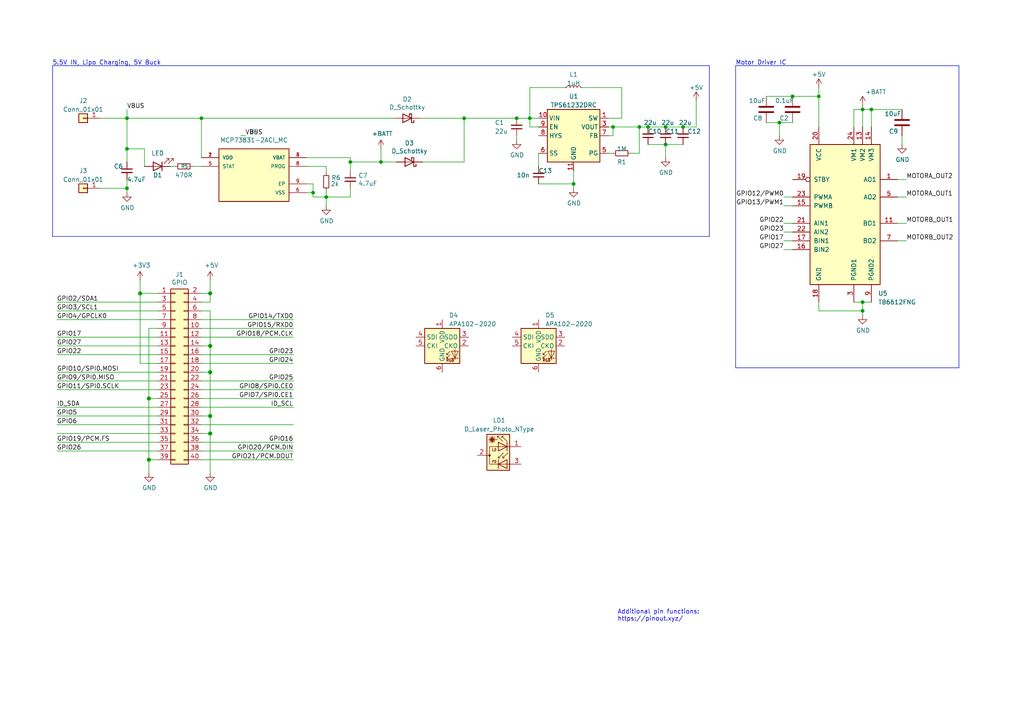
<source format=kicad_sch>
(kicad_sch (version 20230121) (generator eeschema)
  (paper "A4")
  (title_block (date "15 nov 2012"))
  (lib_symbols
    (symbol "+5V_1" (power) (pin_names (offset 0))
      (property "Value" "+5V_1" (at 0 3.556 0))
      (symbol "+5V_1_0_1"
        (polyline (pts (xy -0.762 1.27) (xy 0 2.54)))
        (polyline (pts (xy 0 0) (xy 0 2.54)))
        (polyline (pts (xy 0 2.54) (xy 0.762 1.27)))
      )
      (symbol "+5V_1_1_1"
        (pin power_in line (at 0 0 90) (length 0) hide (name "+5V") (number "1"))
      )
    )
    (symbol "Connector_Generic:Conn_01x01" (pin_names (offset 1.016) hide)
      (property "Reference" "J" (at 0 2.54 0))
      (property "Value" "Conn_01x01" (at 0 -2.54 0))
      (symbol "Conn_01x01_1_1"
        (rectangle (start -1.27 0.127) (end 0 -0.127) (stroke (width 0.1524)))
        (rectangle (start -1.27 1.27) (end 1.27 -1.27) (stroke (width 0.254)) (fill (type background)))
        (pin passive line (at -5.08 0 0) (length 3.81) (name "Pin_1") (number "1"))
      )
    )
    (symbol "Connector_Generic:Conn_02x20_Odd_Even" (pin_names (offset 1.016) hide)
      (property "Reference" "J" (at 1.27 25.4 0))
      (property "Value" "Conn_02x20_Odd_Even" (at 1.27 -27.94 0))
      (symbol "Conn_02x20_Odd_Even_1_1"
        (rectangle (start -1.27 -25.273) (end 0 -25.527) (stroke (width 0.1524)))
        (rectangle (start -1.27 -22.733) (end 0 -22.987) (stroke (width 0.1524)))
        (rectangle (start -1.27 -20.193) (end 0 -20.447) (stroke (width 0.1524)))
        (rectangle (start -1.27 -17.653) (end 0 -17.907) (stroke (width 0.1524)))
        (rectangle (start -1.27 -15.113) (end 0 -15.367) (stroke (width 0.1524)))
        (rectangle (start -1.27 -12.573) (end 0 -12.827) (stroke (width 0.1524)))
        (rectangle (start -1.27 -10.033) (end 0 -10.287) (stroke (width 0.1524)))
        (rectangle (start -1.27 -7.493) (end 0 -7.747) (stroke (width 0.1524)))
        (rectangle (start -1.27 -4.953) (end 0 -5.207) (stroke (width 0.1524)))
        (rectangle (start -1.27 -2.413) (end 0 -2.667) (stroke (width 0.1524)))
        (rectangle (start -1.27 0.127) (end 0 -0.127) (stroke (width 0.1524)))
        (rectangle (start -1.27 2.667) (end 0 2.413) (stroke (width 0.1524)))
        (rectangle (start -1.27 5.207) (end 0 4.953) (stroke (width 0.1524)))
        (rectangle (start -1.27 7.747) (end 0 7.493) (stroke (width 0.1524)))
        (rectangle (start -1.27 10.287) (end 0 10.033) (stroke (width 0.1524)))
        (rectangle (start -1.27 12.827) (end 0 12.573) (stroke (width 0.1524)))
        (rectangle (start -1.27 15.367) (end 0 15.113) (stroke (width 0.1524)))
        (rectangle (start -1.27 17.907) (end 0 17.653) (stroke (width 0.1524)))
        (rectangle (start -1.27 20.447) (end 0 20.193) (stroke (width 0.1524)))
        (rectangle (start -1.27 22.987) (end 0 22.733) (stroke (width 0.1524)))
        (rectangle (start -1.27 24.13) (end 3.81 -26.67) (stroke (width 0.254)) (fill (type background)))
        (rectangle (start 3.81 -25.273) (end 2.54 -25.527) (stroke (width 0.1524)))
        (rectangle (start 3.81 -22.733) (end 2.54 -22.987) (stroke (width 0.1524)))
        (rectangle (start 3.81 -20.193) (end 2.54 -20.447) (stroke (width 0.1524)))
        (rectangle (start 3.81 -17.653) (end 2.54 -17.907) (stroke (width 0.1524)))
        (rectangle (start 3.81 -15.113) (end 2.54 -15.367) (stroke (width 0.1524)))
        (rectangle (start 3.81 -12.573) (end 2.54 -12.827) (stroke (width 0.1524)))
        (rectangle (start 3.81 -10.033) (end 2.54 -10.287) (stroke (width 0.1524)))
        (rectangle (start 3.81 -7.493) (end 2.54 -7.747) (stroke (width 0.1524)))
        (rectangle (start 3.81 -4.953) (end 2.54 -5.207) (stroke (width 0.1524)))
        (rectangle (start 3.81 -2.413) (end 2.54 -2.667) (stroke (width 0.1524)))
        (rectangle (start 3.81 0.127) (end 2.54 -0.127) (stroke (width 0.1524)))
        (rectangle (start 3.81 2.667) (end 2.54 2.413) (stroke (width 0.1524)))
        (rectangle (start 3.81 5.207) (end 2.54 4.953) (stroke (width 0.1524)))
        (rectangle (start 3.81 7.747) (end 2.54 7.493) (stroke (width 0.1524)))
        (rectangle (start 3.81 10.287) (end 2.54 10.033) (stroke (width 0.1524)))
        (rectangle (start 3.81 12.827) (end 2.54 12.573) (stroke (width 0.1524)))
        (rectangle (start 3.81 15.367) (end 2.54 15.113) (stroke (width 0.1524)))
        (rectangle (start 3.81 17.907) (end 2.54 17.653) (stroke (width 0.1524)))
        (rectangle (start 3.81 20.447) (end 2.54 20.193) (stroke (width 0.1524)))
        (rectangle (start 3.81 22.987) (end 2.54 22.733) (stroke (width 0.1524)))
        (pin passive line (at -5.08 22.86 0) (length 3.81) (name "Pin_1") (number "1"))
        (pin passive line (at 7.62 12.7 180) (length 3.81) (name "Pin_10") (number "10"))
        (pin passive line (at -5.08 10.16 0) (length 3.81) (name "Pin_11") (number "11"))
        (pin passive line (at 7.62 10.16 180) (length 3.81) (name "Pin_12") (number "12"))
        (pin passive line (at -5.08 7.62 0) (length 3.81) (name "Pin_13") (number "13"))
        (pin passive line (at 7.62 7.62 180) (length 3.81) (name "Pin_14") (number "14"))
        (pin passive line (at -5.08 5.08 0) (length 3.81) (name "Pin_15") (number "15"))
        (pin passive line (at 7.62 5.08 180) (length 3.81) (name "Pin_16") (number "16"))
        (pin passive line (at -5.08 2.54 0) (length 3.81) (name "Pin_17") (number "17"))
        (pin passive line (at 7.62 2.54 180) (length 3.81) (name "Pin_18") (number "18"))
        (pin passive line (at -5.08 0 0) (length 3.81) (name "Pin_19") (number "19"))
        (pin passive line (at 7.62 22.86 180) (length 3.81) (name "Pin_2") (number "2"))
        (pin passive line (at 7.62 0 180) (length 3.81) (name "Pin_20") (number "20"))
        (pin passive line (at -5.08 -2.54 0) (length 3.81) (name "Pin_21") (number "21"))
        (pin passive line (at 7.62 -2.54 180) (length 3.81) (name "Pin_22") (number "22"))
        (pin passive line (at -5.08 -5.08 0) (length 3.81) (name "Pin_23") (number "23"))
        (pin passive line (at 7.62 -5.08 180) (length 3.81) (name "Pin_24") (number "24"))
        (pin passive line (at -5.08 -7.62 0) (length 3.81) (name "Pin_25") (number "25"))
        (pin passive line (at 7.62 -7.62 180) (length 3.81) (name "Pin_26") (number "26"))
        (pin passive line (at -5.08 -10.16 0) (length 3.81) (name "Pin_27") (number "27"))
        (pin passive line (at 7.62 -10.16 180) (length 3.81) (name "Pin_28") (number "28"))
        (pin passive line (at -5.08 -12.7 0) (length 3.81) (name "Pin_29") (number "29"))
        (pin passive line (at -5.08 20.32 0) (length 3.81) (name "Pin_3") (number "3"))
        (pin passive line (at 7.62 -12.7 180) (length 3.81) (name "Pin_30") (number "30"))
        (pin passive line (at -5.08 -15.24 0) (length 3.81) (name "Pin_31") (number "31"))
        (pin passive line (at 7.62 -15.24 180) (length 3.81) (name "Pin_32") (number "32"))
        (pin passive line (at -5.08 -17.78 0) (length 3.81) (name "Pin_33") (number "33"))
        (pin passive line (at 7.62 -17.78 180) (length 3.81) (name "Pin_34") (number "34"))
        (pin passive line (at -5.08 -20.32 0) (length 3.81) (name "Pin_35") (number "35"))
        (pin passive line (at 7.62 -20.32 180) (length 3.81) (name "Pin_36") (number "36"))
        (pin passive line (at -5.08 -22.86 0) (length 3.81) (name "Pin_37") (number "37"))
        (pin passive line (at 7.62 -22.86 180) (length 3.81) (name "Pin_38") (number "38"))
        (pin passive line (at -5.08 -25.4 0) (length 3.81) (name "Pin_39") (number "39"))
        (pin passive line (at 7.62 20.32 180) (length 3.81) (name "Pin_4") (number "4"))
        (pin passive line (at 7.62 -25.4 180) (length 3.81) (name "Pin_40") (number "40"))
        (pin passive line (at -5.08 17.78 0) (length 3.81) (name "Pin_5") (number "5"))
        (pin passive line (at 7.62 17.78 180) (length 3.81) (name "Pin_6") (number "6"))
        (pin passive line (at -5.08 15.24 0) (length 3.81) (name "Pin_7") (number "7"))
        (pin passive line (at 7.62 15.24 180) (length 3.81) (name "Pin_8") (number "8"))
        (pin passive line (at -5.08 12.7 0) (length 3.81) (name "Pin_9") (number "9"))
      )
    )
    (symbol "Device:C" (pin_numbers hide) (pin_names (offset 0.254))
      (property "Reference" "C" (at 0.635 2.54 0))
      (property "Value" "C" (at 0.635 -2.54 0))
      (symbol "C_0_1"
        (polyline (pts (xy -2.032 -0.762) (xy 2.032 -0.762)) (stroke (width 0.508)))
        (polyline (pts (xy -2.032 0.762) (xy 2.032 0.762)) (stroke (width 0.508)))
      )
      (symbol "C_1_1"
        (pin passive line (at 0 3.81 270) (length 2.794) (name "~") (number "1"))
        (pin passive line (at 0 -3.81 90) (length 2.794) (name "~") (number "2"))
      )
    )
    (symbol "Device:C_Small" (pin_numbers hide) (pin_names (offset 0.254) hide)
      (property "Reference" "C" (at 0.254 1.778 0))
      (property "Value" "C_Small" (at 0.254 -2.032 0))
      (symbol "C_Small_0_1"
        (polyline (pts (xy -1.524 -0.508) (xy 1.524 -0.508)) (stroke (width 0.3302)))
        (polyline (pts (xy -1.524 0.508) (xy 1.524 0.508)) (stroke (width 0.3048)))
      )
      (symbol "C_Small_1_1"
        (pin passive line (at 0 2.54 270) (length 2.032) (name "~") (number "1"))
        (pin passive line (at 0 -2.54 90) (length 2.032) (name "~") (number "2"))
      )
    )
    (symbol "Device:D_Laser_Photo_NType" (pin_names hide)
      (property "Reference" "LD" (at 1.016 7.112 0))
      (property "Value" "D_Laser_Photo_NType" (at 1.016 -5.588 0))
      (symbol "D_Laser_Photo_NType_0_1"
        (circle (center -1.524 0) (radius 0.254) (fill (type outline)))
        (arc (start -0.508 -1.778) (mid -0.3302 -1.6002) (end -0.508 -1.397))
        (arc (start 0 -2.159) (mid 0.3794 -1.778) (end 0 -1.397))
        (polyline (pts (xy -2.54 0) (xy -1.524 0)))
        (polyline (pts (xy -1.524 3.81) (xy 0 5.334)))
        (polyline (pts (xy -1.524 4.318) (xy 0 4.826)))
        (polyline (pts (xy -1.524 4.826) (xy 0 4.318)))
        (polyline (pts (xy -1.524 5.334) (xy 0 3.81)))
        (polyline (pts (xy -1.016 5.334) (xy -0.508 3.81)))
        (polyline (pts (xy -0.762 4.572) (xy -0.762 3.556)))
        (polyline (pts (xy -0.762 4.572) (xy -0.762 5.588)))
        (polyline (pts (xy -0.635 -1.397) (xy -0.635 -2.159)))
        (polyline (pts (xy -0.508 5.334) (xy -1.016 3.81)))
        (polyline (pts (xy 0 -1.397) (xy 0 -2.159)))
        (polyline (pts (xy 0 2.032) (xy 0 1.27)))
        (polyline (pts (xy 0.762 4.572) (xy -1.778 4.572)))
        (polyline (pts (xy 0.762 5.588) (xy 1.27 5.588)))
        (polyline (pts (xy 1.016 -1.27) (xy 1.016 -3.81)) (stroke (width 0.2032)))
        (polyline (pts (xy 1.016 -0.762) (xy 1.524 -0.762)))
        (polyline (pts (xy 3.556 3.81) (xy 3.556 1.27)) (stroke (width 0.2032)))
        (polyline (pts (xy -0.635 2.032) (xy -0.635 1.27) (xy -0.254 1.27)))
        (polyline (pts (xy 2.286 4.064) (xy 0.762 5.588) (xy 0.762 5.08)))
        (polyline (pts (xy 2.54 0.762) (xy 1.016 -0.762) (xy 1.016 -0.254)))
        (polyline (pts (xy 3.556 -1.27) (xy 3.556 -3.81) (xy 1.016 -2.54) (xy 3.556 -1.27)) (stroke (width 0.2032)))
        (polyline (pts (xy 5.08 2.54) (xy -1.524 2.54) (xy -1.524 -2.54) (xy 5.08 -2.54)))
        (polyline (pts (xy 3.556 4.064) (xy 2.032 5.588) (xy 2.032 5.08) (xy 2.032 5.588) (xy 2.54 5.588)))
        (polyline (pts (xy 3.81 0.762) (xy 2.286 -0.762) (xy 2.286 -0.254) (xy 2.286 -0.762) (xy 2.794 -0.762)))
        (arc (start 0 1.27) (mid 0.3794 1.651) (end 0 2.032))
        (rectangle (start 4.318 6.096) (end -2.286 -4.318) (stroke (width 0.254)) (fill (type background)))
      )
      (symbol "D_Laser_Photo_NType_1_1"
        (polyline (pts (xy 1.016 3.81) (xy 1.016 1.27) (xy 3.556 2.54) (xy 1.016 3.81)) (stroke (width 0.2032)))
        (pin passive line (at 7.62 2.54 180) (length 2.54) (name "~") (number "1"))
        (pin passive line (at -5.08 0 0) (length 2.54) (name "~") (number "2"))
        (pin passive line (at 7.62 -2.54 180) (length 2.54) (name "~") (number "3"))
      )
    )
    (symbol "Device:D_Schottky" (pin_numbers hide) (pin_names (offset 1.016) hide)
      (property "Reference" "D" (at 0 2.54 0))
      (property "Value" "D_Schottky" (at 0 -2.54 0))
      (symbol "D_Schottky_0_1"
        (polyline (pts (xy 1.27 0) (xy -1.27 0)))
        (polyline (pts (xy 1.27 1.27) (xy 1.27 -1.27) (xy -1.27 0) (xy 1.27 1.27)) (stroke (width 0.254)))
        (polyline (pts (xy -1.905 0.635) (xy -1.905 1.27) (xy -1.27 1.27) (xy -1.27 -1.27) (xy -0.635 -1.27) (xy -0.635 -0.635)) (stroke (width 0.254)))
      )
      (symbol "D_Schottky_1_1"
        (pin passive line (at -3.81 0 0) (length 2.54) (name "K") (number "1"))
        (pin passive line (at 3.81 0 180) (length 2.54) (name "A") (number "2"))
      )
    )
    (symbol "Device:LED" (pin_numbers hide) (pin_names (offset 1.016) hide)
      (property "Reference" "D" (at 0 2.54 0))
      (property "Value" "LED" (at 0 -2.54 0))
      (symbol "LED_0_1"
        (polyline (pts (xy -1.27 -1.27) (xy -1.27 1.27)) (stroke (width 0.254)))
        (polyline (pts (xy -1.27 0) (xy 1.27 0)))
        (polyline (pts (xy 1.27 -1.27) (xy 1.27 1.27) (xy -1.27 0) (xy 1.27 -1.27)) (stroke (width 0.254)))
        (polyline (pts (xy -3.048 -0.762) (xy -4.572 -2.286) (xy -3.81 -2.286) (xy -4.572 -2.286) (xy -4.572 -1.524)))
        (polyline (pts (xy -1.778 -0.762) (xy -3.302 -2.286) (xy -2.54 -2.286) (xy -3.302 -2.286) (xy -3.302 -1.524)))
      )
      (symbol "LED_1_1"
        (pin passive line (at -3.81 0 0) (length 2.54) (name "K") (number "1"))
        (pin passive line (at 3.81 0 180) (length 2.54) (name "A") (number "2"))
      )
    )
    (symbol "Device:L_Small" (pin_numbers hide) (pin_names (offset 0.254) hide)
      (property "Reference" "L" (at 0.762 1.016 0))
      (property "Value" "L_Small" (at 0.762 -1.016 0))
      (symbol "L_Small_0_1"
        (arc (start 0 -2.032) (mid 0.5058 -1.524) (end 0 -1.016))
        (arc (start 0 -1.016) (mid 0.5058 -0.508) (end 0 0))
        (arc (start 0 0) (mid 0.5058 0.508) (end 0 1.016))
        (arc (start 0 1.016) (mid 0.5058 1.524) (end 0 2.032))
      )
      (symbol "L_Small_1_1"
        (pin passive line (at 0 2.54 270) (length 0.508) (name "~") (number "1"))
        (pin passive line (at 0 -2.54 90) (length 0.508) (name "~") (number "2"))
      )
    )
    (symbol "Device:R_Small" (pin_numbers hide) (pin_names (offset 0.254) hide)
      (property "Reference" "R" (at 0.762 0.508 0))
      (property "Value" "R_Small" (at 0.762 -1.016 0))
      (symbol "R_Small_0_1"
        (rectangle (start -0.762 1.778) (end 0.762 -1.778) (stroke (width 0.2032)))
      )
      (symbol "R_Small_1_1"
        (pin passive line (at 0 2.54 270) (length 0.762) (name "~") (number "1"))
        (pin passive line (at 0 -2.54 90) (length 0.762) (name "~") (number "2"))
      )
    )
    (symbol "Driver_Motor:TB6612FNG" (pin_names (offset 1.016))
      (property "Reference" "U" (at 11.43 17.78 0))
      (property "Value" "TB6612FNG" (at 11.43 15.24 0))
      (symbol "TB6612FNG_0_1"
        (rectangle (start -10.16 20.32) (end 10.16 -20.32) (stroke (width 0.254)) (fill (type background)))
      )
      (symbol "TB6612FNG_1_1"
        (pin output line (at 15.24 10.16 180) (length 5.08) (name "AO1") (number "1"))
        (pin passive line (at 7.62 -25.4 90) (length 5.08) hide (name "PGND2") (number "10"))
        (pin output line (at 15.24 -2.54 180) (length 5.08) (name "BO1") (number "11"))
        (pin passive line (at 15.24 -2.54 180) (length 5.08) hide (name "BO1") (number "12"))
        (pin power_in line (at 5.08 25.4 270) (length 5.08) (name "VM2") (number "13"))
        (pin power_in line (at 7.62 25.4 270) (length 5.08) (name "VM3") (number "14"))
        (pin input line (at -15.24 2.54 0) (length 5.08) (name "PWMB") (number "15"))
        (pin input line (at -15.24 -10.16 0) (length 5.08) (name "BIN2") (number "16"))
        (pin input line (at -15.24 -7.62 0) (length 5.08) (name "BIN1") (number "17"))
        (pin power_in line (at -7.62 -25.4 90) (length 5.08) (name "GND") (number "18"))
        (pin input inverted (at -15.24 10.16 0) (length 5.08) (name "STBY") (number "19"))
        (pin passive line (at 15.24 10.16 180) (length 5.08) hide (name "AO1") (number "2"))
        (pin power_in line (at -7.62 25.4 270) (length 5.08) (name "VCC") (number "20"))
        (pin input line (at -15.24 -2.54 0) (length 5.08) (name "AIN1") (number "21"))
        (pin input line (at -15.24 -5.08 0) (length 5.08) (name "AIN2") (number "22"))
        (pin input line (at -15.24 5.08 0) (length 5.08) (name "PWMA") (number "23"))
        (pin power_in line (at 2.54 25.4 270) (length 5.08) (name "VM1") (number "24"))
        (pin power_in line (at 2.54 -25.4 90) (length 5.08) (name "PGND1") (number "3"))
        (pin passive line (at 2.54 -25.4 90) (length 5.08) hide (name "PGND1") (number "4"))
        (pin output line (at 15.24 5.08 180) (length 5.08) (name "AO2") (number "5"))
        (pin passive line (at 15.24 5.08 180) (length 5.08) hide (name "AO2") (number "6"))
        (pin output line (at 15.24 -7.62 180) (length 5.08) (name "BO2") (number "7"))
        (pin passive line (at 15.24 -7.62 180) (length 5.08) hide (name "BO2") (number "8"))
        (pin power_in line (at 7.62 -25.4 90) (length 5.08) (name "PGND2") (number "9"))
      )
    )
    (symbol "Kicad_symbols:MCP73831-2ACI_MC" (pin_names (offset 1.016))
      (property "Reference" "U" (at -10.16 7.62 0))
      (property "Value" "MCP73831-2ACI_MC" (at -10.16 -10.16 0))
      (symbol "MCP73831-2ACI_MC_0_0"
        (rectangle (start -10.16 -7.62) (end 10.16 7.62) (stroke (width 0.254)) (fill (type background)))
        (pin power_in line (at -15.24 5.08 0) (length 5.08) (name "VDD") (number "1"))
        (pin power_in line (at -15.24 5.08 0) (length 5.08) (name "VDD") (number "2"))
        (pin output line (at 15.24 5.08 180) (length 5.08) (name "VBAT") (number "3"))
        (pin output line (at 15.24 5.08 180) (length 5.08) (name "VBAT") (number "4"))
        (pin output line (at -15.24 2.54 0) (length 5.08) (name "STAT") (number "5"))
        (pin power_in line (at 15.24 -5.08 180) (length 5.08) (name "VSS") (number "6"))
        (pin input line (at 15.24 2.54 180) (length 5.08) (name "PROG") (number "8"))
        (pin power_in line (at 15.24 -2.54 180) (length 5.08) (name "EP") (number "9"))
      )
    )
    (symbol "LED:APA102-2020"
      (property "Reference" "D" (at 5.08 5.715 0))
      (property "Value" "APA102-2020" (at 1.27 -5.715 0))
      (symbol "APA102-2020_0_0"
        (text "RGB" (at 2.286 -4.191 0) (effects (font (size 0.762 0.762))))
      )
      (symbol "APA102-2020_0_1"
        (polyline (pts (xy 1.27 -3.556) (xy 1.778 -3.556)))
        (polyline (pts (xy 1.27 -2.54) (xy 1.778 -2.54)))
        (polyline (pts (xy 4.699 -3.556) (xy 2.667 -3.556)))
        (polyline (pts (xy 2.286 -2.54) (xy 1.27 -3.556) (xy 1.27 -3.048)))
        (polyline (pts (xy 2.286 -1.524) (xy 1.27 -2.54) (xy 1.27 -2.032)))
        (polyline (pts (xy 3.683 -1.016) (xy 3.683 -3.556) (xy 3.683 -4.064)))
        (polyline (pts (xy 4.699 -1.524) (xy 2.667 -1.524) (xy 3.683 -3.556) (xy 4.699 -1.524)))
        (rectangle (start 5.08 5.08) (end -5.08 -5.08) (stroke (width 0.254)) (fill (type background)))
      )
      (symbol "APA102-2020_1_1"
        (pin power_in line (at 0 7.62 270) (length 2.54) (name "VDD") (number "1"))
        (pin output line (at 7.62 0 180) (length 2.54) (name "CKO") (number "2"))
        (pin output line (at 7.62 2.54 180) (length 2.54) (name "SDO") (number "3"))
        (pin input line (at -7.62 2.54 0) (length 2.54) (name "SDI") (number "4"))
        (pin input line (at -7.62 0 0) (length 2.54) (name "CKI") (number "5"))
        (pin power_in line (at 0 -7.62 90) (length 2.54) (name "GND") (number "6"))
      )
    )
    (symbol "Regulator_Switching:TPS61230DRC"
      (property "Reference" "U" (at -7.62 11.43 0))
      (property "Value" "TPS61230DRC" (at -7.62 8.89 0))
      (symbol "TPS61230DRC_0_1"
        (rectangle (start -7.62 7.62) (end 7.62 -7.62) (stroke (width 0.254)) (fill (type background)))
      )
      (symbol "TPS61230DRC_1_1"
        (pin power_out line (at 10.16 5.08 180) (length 2.54) (name "SW") (number "1"))
        (pin power_in line (at -10.16 5.08 0) (length 2.54) (name "VIN") (number "10"))
        (pin power_in line (at 0 -10.16 90) (length 2.54) (name "GND") (number "11"))
        (pin passive line (at 10.16 5.08 180) (length 2.54) hide (name "SW") (number "2"))
        (pin power_out line (at 10.16 2.54 180) (length 2.54) (name "VOUT") (number "3"))
        (pin passive line (at 10.16 2.54 180) (length 2.54) hide (name "VOUT") (number "4"))
        (pin output line (at 10.16 -5.08 180) (length 2.54) (name "PG") (number "5"))
        (pin input line (at -10.16 -5.08 0) (length 2.54) (name "SS") (number "6"))
        (pin input line (at 10.16 0 180) (length 2.54) (name "FB") (number "7"))
        (pin output line (at -10.16 0 0) (length 2.54) (name "HYS") (number "8"))
        (pin input line (at -10.16 2.54 0) (length 2.54) (name "EN") (number "9"))
      )
    )
    (symbol "power:+3.3V" (power) (pin_names (offset 0))
      (property "Value" "+3.3V" (at 0 3.556 0))
      (symbol "+3.3V_0_1"
        (polyline (pts (xy -0.762 1.27) (xy 0 2.54)))
        (polyline (pts (xy 0 0) (xy 0 2.54)))
        (polyline (pts (xy 0 2.54) (xy 0.762 1.27)))
      )
      (symbol "+3.3V_1_1"
        (pin power_in line (at 0 0 90) (length 0) hide (name "+3V3") (number "1"))
      )
    )
    (symbol "power:+5V" (power) (pin_names (offset 0))
      (property "Value" "+5V" (at 0 3.556 0))
      (symbol "+5V_0_1"
        (polyline (pts (xy -0.762 1.27) (xy 0 2.54)))
        (polyline (pts (xy 0 0) (xy 0 2.54)))
        (polyline (pts (xy 0 2.54) (xy 0.762 1.27)))
      )
      (symbol "+5V_1_1"
        (pin power_in line (at 0 0 90) (length 0) hide (name "+5V") (number "1"))
      )
    )
    (symbol "power:+BATT" (power) (pin_names (offset 0))
      (property "Value" "+BATT" (at 0 3.556 0))
      (symbol "+BATT_0_1"
        (polyline (pts (xy -0.762 1.27) (xy 0 2.54)))
        (polyline (pts (xy 0 0) (xy 0 2.54)))
        (polyline (pts (xy 0 2.54) (xy 0.762 1.27)))
      )
      (symbol "+BATT_1_1"
        (pin power_in line (at 0 0 90) (length 0) hide (name "+BATT") (number "1"))
      )
    )
    (symbol "power:GND" (power) (pin_names (offset 0))
      (property "Value" "GND" (at 0 -3.81 0))
      (symbol "GND_0_1"
        (polyline (pts (xy 0 0) (xy 0 -1.27) (xy 1.27 -1.27) (xy 0 -2.54) (xy -1.27 -1.27) (xy 0 -1.27)))
      )
      (symbol "GND_1_1"
        (pin power_in line (at 0 0 270) (length 0) hide (name "GND") (number "1"))
      )
    )
  )
  (junction (at 94.615 57.15))
  (junction (at 229.87 27.94))
  (junction (at 36.83 43.18))
  (junction (at 60.96 120.65) (diameter 1.016))
  (junction (at 40.64 85.09) (diameter 1.016))
  (junction (at 134.62 34.29))
  (junction (at 60.96 125.73) (diameter 1.016))
  (junction (at 193.04 41.91))
  (junction (at 58.42 34.29))
  (junction (at 43.18 115.57) (diameter 1.016))
  (junction (at 250.19 87.63))
  (junction (at 101.6 46.99))
  (junction (at 185.42 36.83))
  (junction (at 153.67 34.29))
  (junction (at 60.96 107.95) (diameter 1.016))
  (junction (at 36.83 54.61))
  (junction (at 250.19 90.17))
  (junction (at 237.49 27.94))
  (junction (at 187.96 36.83))
  (junction (at 60.96 100.33) (diameter 1.016))
  (junction (at 177.8 36.83))
  (junction (at 110.49 46.99))
  (junction (at 250.19 31.75))
  (junction (at 193.04 36.83))
  (junction (at 36.83 34.29))
  (junction (at 166.37 53.34))
  (junction (at 226.06 35.56))
  (junction (at 252.73 31.75))
  (junction (at 149.86 34.29))
  (junction (at 198.12 36.83))
  (junction (at 43.18 133.35) (diameter 1.016))
  (junction (at 90.805 55.88))
  (junction (at 60.96 85.09) (diameter 1.016))
  (wire (pts (xy 43.18 115.57) (xy 43.18 133.35)))
  (wire (pts (xy 58.42 115.57) (xy 85.09 115.57)))
  (wire (pts (xy 94.615 57.15) (xy 101.6 57.15)))
  (wire (pts (xy 250.19 87.63) (xy 252.73 87.63)))
  (wire (pts (xy 45.72 97.79) (xy 16.51 97.79)))
  (wire (pts (xy 180.34 34.29) (xy 176.53 34.29)))
  (wire (pts (xy 36.83 43.18) (xy 36.83 46.99)))
  (wire (pts (xy 60.96 90.17) (xy 60.96 100.33)))
  (wire (pts (xy 260.35 52.07) (xy 262.89 52.07)))
  (wire (pts (xy 36.83 54.61) (xy 36.83 55.88)))
  (wire (pts (xy 110.49 43.18) (xy 110.49 46.99)))
  (wire (pts (xy 60.96 107.95) (xy 58.42 107.95)))
  (polyline (pts (xy 278.13 19.05) (xy 278.13 106.68)))
  (wire (pts (xy 250.19 31.75) (xy 250.19 30.48)))
  (wire (pts (xy 156.21 36.83) (xy 153.67 36.83)))
  (wire (pts (xy 177.8 36.83) (xy 185.42 36.83)))
  (wire (pts (xy 94.615 55.245) (xy 94.615 57.15)))
  (wire (pts (xy 36.83 52.07) (xy 36.83 54.61)))
  (wire (pts (xy 60.96 120.65) (xy 60.96 125.73)))
  (wire (pts (xy 41.91 43.18) (xy 41.91 48.26)))
  (wire (pts (xy 36.83 34.29) (xy 36.83 43.18)))
  (wire (pts (xy 226.06 35.56) (xy 226.06 39.37)))
  (wire (pts (xy 226.06 35.56) (xy 229.87 35.56)))
  (wire (pts (xy 168.91 25.4) (xy 180.34 25.4)))
  (polyline (pts (xy 213.36 19.05) (xy 278.13 19.05)))
  (wire (pts (xy 60.96 107.95) (xy 60.96 120.65)))
  (wire (pts (xy 198.12 36.83) (xy 201.93 36.83)))
  (wire (pts (xy 58.42 92.71) (xy 85.09 92.71)))
  (wire (pts (xy 43.18 95.25) (xy 43.18 115.57)))
  (wire (pts (xy 122.555 46.99) (xy 134.62 46.99)))
  (wire (pts (xy 222.25 27.94) (xy 229.87 27.94)))
  (polyline (pts (xy 213.36 19.05) (xy 213.36 106.68)))
  (polyline (pts (xy 278.13 106.68) (xy 213.36 106.68)))
  (wire (pts (xy 227.33 72.39) (xy 229.87 72.39)))
  (wire (pts (xy 260.35 57.15) (xy 262.89 57.15)))
  (wire (pts (xy 43.18 95.25) (xy 45.72 95.25)))
  (wire (pts (xy 177.8 36.83) (xy 176.53 36.83)))
  (wire (pts (xy 252.73 31.75) (xy 261.62 31.75)))
  (wire (pts (xy 177.8 39.37) (xy 177.8 36.83)))
  (wire (pts (xy 58.42 113.03) (xy 85.09 113.03)))
  (wire (pts (xy 45.72 118.11) (xy 16.51 118.11)))
  (wire (pts (xy 101.6 46.99) (xy 110.49 46.99)))
  (wire (pts (xy 16.51 120.65) (xy 45.72 120.65)))
  (wire (pts (xy 166.37 53.34) (xy 166.37 54.61)))
  (wire (pts (xy 193.04 41.91) (xy 193.04 45.72)))
  (polyline (pts (xy 15.24 19.05) (xy 15.24 21.59)))
  (wire (pts (xy 180.34 25.4) (xy 180.34 34.29)))
  (wire (pts (xy 153.67 34.29) (xy 153.67 25.4)))
  (wire (pts (xy 43.18 115.57) (xy 45.72 115.57)))
  (wire (pts (xy 58.42 102.87) (xy 85.09 102.87)))
  (polyline (pts (xy 15.24 19.05) (xy 205.74 19.05)))
  (wire (pts (xy 58.42 45.72) (xy 58.42 34.29)))
  (wire (pts (xy 229.87 27.94) (xy 237.49 27.94)))
  (wire (pts (xy 58.42 133.35) (xy 85.09 133.35)))
  (wire (pts (xy 43.18 133.35) (xy 43.18 137.16)))
  (wire (pts (xy 16.51 100.33) (xy 45.72 100.33)))
  (wire (pts (xy 222.25 35.56) (xy 226.06 35.56)))
  (wire (pts (xy 260.35 64.77) (xy 262.89 64.77)))
  (wire (pts (xy 156.21 44.45) (xy 156.21 48.26)))
  (wire (pts (xy 40.64 81.28) (xy 40.64 85.09)))
  (wire (pts (xy 237.49 87.63) (xy 237.49 90.17)))
  (wire (pts (xy 193.04 41.91) (xy 198.12 41.91)))
  (wire (pts (xy 250.19 31.75) (xy 250.19 36.83)))
  (wire (pts (xy 252.73 36.83) (xy 252.73 31.75)))
  (wire (pts (xy 182.88 44.45) (xy 185.42 44.45)))
  (wire (pts (xy 227.33 57.15) (xy 229.87 57.15)))
  (wire (pts (xy 60.96 125.73) (xy 58.42 125.73)))
  (wire (pts (xy 153.67 34.29) (xy 156.21 34.29)))
  (wire (pts (xy 247.65 87.63) (xy 250.19 87.63)))
  (wire (pts (xy 16.51 90.17) (xy 45.72 90.17)))
  (wire (pts (xy 166.37 53.34) (xy 156.21 53.34)))
  (wire (pts (xy 29.21 34.29) (xy 36.83 34.29)))
  (wire (pts (xy 16.51 113.03) (xy 45.72 113.03)))
  (wire (pts (xy 134.62 34.29) (xy 149.86 34.29)))
  (wire (pts (xy 121.92 34.29) (xy 134.62 34.29)))
  (wire (pts (xy 40.64 105.41) (xy 45.72 105.41)))
  (wire (pts (xy 45.72 87.63) (xy 16.51 87.63)))
  (wire (pts (xy 60.96 85.09) (xy 60.96 87.63)))
  (wire (pts (xy 88.9 55.88) (xy 90.805 55.88)))
  (wire (pts (xy 49.53 48.26) (xy 50.8 48.26)))
  (wire (pts (xy 60.96 100.33) (xy 60.96 107.95)))
  (wire (pts (xy 58.42 97.79) (xy 85.09 97.79)))
  (wire (pts (xy 60.96 100.33) (xy 58.42 100.33)))
  (wire (pts (xy 237.49 27.94) (xy 237.49 36.83)))
  (polyline (pts (xy 205.74 19.05) (xy 205.74 68.58)))
  (wire (pts (xy 94.615 48.26) (xy 94.615 50.165)))
  (wire (pts (xy 60.96 81.28) (xy 60.96 85.09)))
  (wire (pts (xy 16.51 92.71) (xy 45.72 92.71)))
  (wire (pts (xy 60.96 85.09) (xy 58.42 85.09)))
  (wire (pts (xy 166.37 49.53) (xy 166.37 53.34)))
  (wire (pts (xy 40.64 85.09) (xy 40.64 105.41)))
  (wire (pts (xy 58.42 105.41) (xy 85.09 105.41)))
  (wire (pts (xy 58.42 95.25) (xy 85.09 95.25)))
  (wire (pts (xy 187.96 41.91) (xy 193.04 41.91)))
  (wire (pts (xy 250.19 87.63) (xy 250.19 90.17)))
  (wire (pts (xy 16.51 102.87) (xy 45.72 102.87)))
  (wire (pts (xy 252.73 31.75) (xy 250.19 31.75)))
  (wire (pts (xy 16.51 110.49) (xy 45.72 110.49)))
  (wire (pts (xy 90.805 57.15) (xy 94.615 57.15)))
  (wire (pts (xy 153.67 36.83) (xy 153.67 34.29)))
  (wire (pts (xy 149.86 39.37) (xy 149.86 40.64)))
  (wire (pts (xy 261.62 39.37) (xy 261.62 41.91)))
  (wire (pts (xy 153.67 25.4) (xy 163.83 25.4)))
  (wire (pts (xy 16.51 123.19) (xy 45.72 123.19)))
  (polyline (pts (xy 15.24 68.58) (xy 15.24 21.59)))
  (wire (pts (xy 60.96 87.63) (xy 58.42 87.63)))
  (wire (pts (xy 134.62 34.29) (xy 134.62 46.99)))
  (wire (pts (xy 227.33 64.77) (xy 229.87 64.77)))
  (wire (pts (xy 177.8 44.45) (xy 176.53 44.45)))
  (wire (pts (xy 185.42 36.83) (xy 185.42 44.45)))
  (wire (pts (xy 16.51 128.27) (xy 45.72 128.27)))
  (wire (pts (xy 237.49 90.17) (xy 250.19 90.17)))
  (wire (pts (xy 58.42 128.27) (xy 85.09 128.27)))
  (wire (pts (xy 176.53 39.37) (xy 177.8 39.37)))
  (wire (pts (xy 69.85 39.37) (xy 71.12 39.37)))
  (wire (pts (xy 58.42 123.19) (xy 85.09 123.19)))
  (wire (pts (xy 43.18 133.35) (xy 45.72 133.35)))
  (wire (pts (xy 227.33 67.31) (xy 229.87 67.31)))
  (wire (pts (xy 58.42 130.81) (xy 85.09 130.81)))
  (wire (pts (xy 94.615 57.15) (xy 94.615 59.69)))
  (wire (pts (xy 60.96 90.17) (xy 58.42 90.17)))
  (wire (pts (xy 16.51 130.81) (xy 45.72 130.81)))
  (wire (pts (xy 185.42 36.83) (xy 187.96 36.83)))
  (wire (pts (xy 247.65 31.75) (xy 250.19 31.75)))
  (wire (pts (xy 110.49 46.99) (xy 114.935 46.99)))
  (wire (pts (xy 193.04 36.83) (xy 198.12 36.83)))
  (wire (pts (xy 101.6 45.72) (xy 101.6 46.99)))
  (wire (pts (xy 58.42 34.29) (xy 114.3 34.29)))
  (wire (pts (xy 101.6 54.61) (xy 101.6 57.15)))
  (wire (pts (xy 36.83 43.18) (xy 41.91 43.18)))
  (wire (pts (xy 36.83 34.29) (xy 58.42 34.29)))
  (wire (pts (xy 101.6 46.99) (xy 101.6 49.53)))
  (wire (pts (xy 250.19 90.17) (xy 250.19 91.44)))
  (wire (pts (xy 149.86 34.29) (xy 153.67 34.29)))
  (wire (pts (xy 88.9 53.34) (xy 90.805 53.34)))
  (wire (pts (xy 201.93 36.83) (xy 201.93 29.21)))
  (wire (pts (xy 60.96 125.73) (xy 60.96 137.16)))
  (wire (pts (xy 58.42 110.49) (xy 85.09 110.49)))
  (wire (pts (xy 45.72 125.73) (xy 16.51 125.73)))
  (wire (pts (xy 29.21 54.61) (xy 36.83 54.61)))
  (wire (pts (xy 90.805 53.34) (xy 90.805 55.88)))
  (wire (pts (xy 36.83 31.75) (xy 36.83 34.29)))
  (wire (pts (xy 237.49 25.4) (xy 237.49 27.94)))
  (wire (pts (xy 94.615 48.26) (xy 88.9 48.26)))
  (wire (pts (xy 227.33 69.85) (xy 229.87 69.85)))
  (wire (pts (xy 90.805 55.88) (xy 90.805 57.15)))
  (wire (pts (xy 60.96 120.65) (xy 58.42 120.65)))
  (wire (pts (xy 88.9 45.72) (xy 101.6 45.72)))
  (wire (pts (xy 40.64 85.09) (xy 45.72 85.09)))
  (wire (pts (xy 247.65 36.83) (xy 247.65 31.75)))
  (wire (pts (xy 227.33 59.69) (xy 229.87 59.69)))
  (wire (pts (xy 55.88 48.26) (xy 58.42 48.26)))
  (wire (pts (xy 45.72 107.95) (xy 16.51 107.95)))
  (wire (pts (xy 58.42 118.11) (xy 85.09 118.11)))
  (wire (pts (xy 260.35 69.85) (xy 262.89 69.85)))
  (wire (pts (xy 187.96 36.83) (xy 193.04 36.83)))
  (polyline (pts (xy 205.74 68.58) (xy 15.24 68.58)))
  (text "Motor Driver IC\n" (at 213.36 19.05 0) (effects (font (size 1.27 1.27)) (justify left bottom)))
  (text "5.5V IN, Lipo Charging, 5V Buck" (at 15.24 19.05 0) (effects (font (size 1.27 1.27)) (justify left bottom)))
  (text "Additional pin functions:\nhttps://pinout.xyz/" (at 179.07 180.34 0) (effects (font (size 1.27 1.27)) (justify left bottom)))
  (label "ID_SDA" (at 16.51 118.11 0))
  (label "GPIO6" (at 16.51 123.19 0))
  (label "GPIO17" (at 227.33 69.85 180))
  (label "ID_SCL" (at 85.09 118.11 180))
  (label "GPIO5" (at 16.51 120.65 0))
  (label "GPIO21{slash}PCM.DOUT" (at 85.09 133.35 180))
  (label "GPIO19{slash}PCM.FS" (at 16.51 128.27 0))
  (label "GPIO10{slash}SPI0.MOSI" (at 16.51 107.95 0))
  (label "MOTORA_OUT2" (at 262.89 52.07 0))
  (label "GPIO9{slash}SPI0.MISO" (at 16.51 110.49 0))
  (label "GPIO23" (at 85.09 102.87 180))
  (label "GPIO4{slash}GPCLK0" (at 16.51 92.71 0))
  (label "GPIO27" (at 227.33 72.39 180))
  (label "GPIO27" (at 16.51 100.33 0))
  (label "GPIO26" (at 16.51 130.81 0))
  (label "GPIO14{slash}TXD0" (at 85.09 92.71 180))
  (label "GPIO8{slash}SPI0.CE0" (at 85.09 113.03 180))
  (label "GPIO15{slash}RXD0" (at 85.09 95.25 180))
  (label "GPIO16" (at 85.09 128.27 180))
  (label "GPIO22" (at 16.51 102.87 0))
  (label "VBUS" (at 71.12 39.37 0))
  (label "GPIO2{slash}SDA1" (at 16.51 87.63 0))
  (label "GPIO17" (at 16.51 97.79 0))
  (label "GPIO25" (at 85.09 110.49 180))
  (label "GPIO3{slash}SCL1" (at 16.51 90.17 0))
  (label "GPIO18{slash}PCM.CLK" (at 85.09 97.79 180))
  (label "MOTORB_OUT2" (at 262.89 69.85 0))
  (label "GPIO12{slash}PWM0" (at 227.33 57.15 180))
  (label "MOTORB_OUT1" (at 262.89 64.77 0))
  (label "GPIO13{slash}PWM1" (at 227.33 59.69 180))
  (label "GPIO20{slash}PCM.DIN" (at 85.09 130.81 180))
  (label "GPIO24" (at 85.09 105.41 180))
  (label "MOTORA_OUT1" (at 262.89 57.15 0))
  (label "GPIO7{slash}SPI0.CE1" (at 85.09 115.57 180))
  (label "GPIO22" (at 227.33 64.77 180))
  (label "GPIO23" (at 227.33 67.31 180))
  (label "VBUS" (at 36.83 31.75 0))
  (label "GPIO11{slash}SPI0.SCLK" (at 16.51 113.03 0))
  (symbol (lib_id "power:+5V") (at 60.96 81.28 0) (unit 1)
    (property "Reference" "#PWR01" (effects hide))
    (property "Value" "+5V" (at 61.3283 76.9556 0))
  )
  (symbol (lib_id "power:+3.3V") (at 40.64 81.28 0) (unit 1)
    (property "Reference" "#PWR04" (effects hide))
    (property "Value" "+3.3V" (at 41.0083 76.9556 0))
  )
  (symbol (lib_id "power:GND") (at 60.96 137.16 0) (unit 1)
    (property "Reference" "#PWR02" (effects hide))
    (property "Value" "GND" (at 61.0743 141.4844 0))
  )
  (symbol (lib_id "power:GND") (at 43.18 137.16 0) (unit 1)
    (property "Reference" "#PWR03" (effects hide))
    (property "Value" "GND" (at 43.2943 141.4844 0))
  )
  (symbol (lib_id "Connector_Generic:Conn_02x20_Odd_Even") (at 50.8 107.95 0) (unit 1)
    (property "Reference" "J1" (at 52.07 79.6098 0))
    (property "Value" "GPIO" (at 52.07 81.915 0))
    (property "Footprint" "Connector_PinSocket_2.54mm:PinSocket_2x20_P2.54mm_Vertical" (effects hide))
  )
  (symbol (lib_id "Device:D_Laser_Photo_NType") (at 143.51 132.08 0) (unit 1)
    (property "Reference" "LD1" (at 144.78 121.92 0))
    (property "Value" "D_Laser_Photo_NType" (at 144.78 124.46 0))
    (property "Datasheet" "http://www.egismos.disonhu.com/laser/diode-package.htm" (effects hide))
  )
  (symbol (lib_id "power:GND") (at 250.19 91.44 0) (unit 1)
    (property "Reference" "#PWR08" (effects hide))
    (property "Value" "GND" (at 250.317 95.8342 0))
  )
  (symbol (lib_id "power:GND") (at 166.37 54.61 0) (unit 1)
    (property "Reference" "#PWR024" (effects hide))
    (property "Value" "GND" (at 166.4843 58.9344 0))
  )
  (symbol (lib_id "Device:R_Small") (at 53.34 48.26 90) (unit 1)
    (property "Reference" "R5" (at 54.61 48.26 90) (effects (font (size 1 1)) (justify left)))
    (property "Value" "470R" (at 55.88 50.8 90) (effects (justify left)))
    (property "Footprint" "Resistor_SMD:R_0402_1005Metric" (effects hide))
  )
  (symbol (lib_id "power:GND") (at 226.06 39.37 0) (unit 1)
    (property "Reference" "#PWR06" (effects hide))
    (property "Value" "GND" (at 226.187 43.7642 0))
  )
  (symbol (lib_id "Device:D_Schottky") (at 118.745 46.99 180) (unit 1)
    (property "Reference" "D3" (at 118.745 41.5036 0))
    (property "Value" "D_Schottky" (at 118.745 43.815 0))
    (property "Footprint" "Diode_SMD:D_SOD-323" (effects hide))
    (property "LCSC" "C146335" (effects hide))
  )
  (symbol (lib_id "Connector_Generic:Conn_01x01") (at 24.13 34.29 180) (unit 1)
    (property "Reference" "J2" (at 24.13 29.21 0))
    (property "Value" "Conn_01x01" (at 24.13 31.75 0))
  )
  (symbol (lib_id "power:GND") (at 94.615 59.69 0) (unit 1)
    (property "Reference" "#PWR018" (effects hide))
    (property "Value" "GND" (at 94.742 64.0842 0))
  )
  (symbol (lib_id "power:GND") (at 36.83 55.88 0) (unit 1)
    (property "Reference" "#PWR017" (effects hide))
    (property "Value" "GND" (at 36.957 60.2742 0))
  )
  (symbol (lib_name "+5V_1") (lib_id "power:+5V") (at 201.93 29.21 0) (unit 1)
    (property "Reference" "#PWR015" (effects hide))
    (property "Value" "+5V" (at 201.93 25.4 0))
  )
  (symbol (lib_id "Driver_Motor:TB6612FNG") (at 245.11 62.23 0) (unit 1)
    (property "Reference" "U5" (at 254.6859 85.09 0) (effects (justify left)))
    (property "Value" "TB6612FNG" (at 254.6859 87.63 0) (effects (justify left)))
    (property "Footprint" "Package_SO:SSOP-24_5.3x8.2mm_P0.65mm" (effects hide))
    (property "Datasheet" "https://toshiba.semicon-storage.com/us/product/linear/motordriver/detail.TB6612FNG.html" (effects hide))
  )
  (symbol (lib_id "Device:C_Small") (at 193.04 39.37 180) (unit 1)
    (property "Reference" "C11" (at 193.04 38.1 0) (effects (justify right)))
    (property "Value" "22u" (at 191.77 35.56 0) (effects (justify right)))
  )
  (symbol (lib_id "Regulator_Switching:TPS61230DRC") (at 166.37 39.37 0) (unit 1)
    (property "Reference" "U1" (at 166.37 27.94 0))
    (property "Value" "TPS61232DRC" (at 166.37 30.48 0))
    (property "Footprint" "Package_SON:Texas_S-PVSON-N10_ThermalVias" (effects hide))
    (property "Datasheet" "http://www.ti.com/lit/ds/symlink/tps61232.pdf" (effects hide))
  )
  (symbol (lib_id "Kicad_symbols:MCP73831-2ACI_MC") (at 73.66 50.8 0) (unit 1)
    (property "Reference" "U4" (at 73.66 38.1 0))
    (property "Value" "MCP73831-2ACI_MC" (at 73.66 40.64 0))
    (property "Footprint" "kicad_footprints:SON50P200X300X100-9N" (effects hide))
    (property "PARTREV" "G" (effects hide))
    (property "STANDARD" "IPC 7351B" (effects hide))
    (property "MANUFACTURER" "MICROCHIP" (effects hide))
    (property "LCSC" "C150772" (effects hide))
  )
  (symbol (lib_id "power:GND") (at 149.86 40.64 0) (unit 1)
    (property "Reference" "#PWR022" (effects hide))
    (property "Value" "GND" (at 149.9743 44.9644 0))
  )
  (symbol (lib_id "Device:C") (at 261.62 35.56 0) (unit 1)
    (property "Reference" "C9" (at 257.81 38.1 0) (effects (justify left)))
    (property "Value" "10uF" (at 256.54 33.02 0) (effects (justify left)))
    (property "Footprint" "Capacitor_SMD:C_0402_1005Metric" (effects hide))
  )
  (symbol (lib_id "LED:APA102-2020") (at 128.27 100.33 0) (unit 1)
    (property "Reference" "D4" (at 130.2259 91.44 0) (effects (justify left)))
    (property "Value" "APA102-2020" (at 130.2259 93.98 0) (effects (justify left)))
    (property "Footprint" "LED_SMD:LED-APA102-2020" (effects hide))
    (property "Datasheet" "http://www.led-color.com/upload/201604/APA102-2020%20SMD%20LED.pdf" (effects hide))
  )
  (symbol (lib_id "Device:C_Small") (at 149.86 36.83 180) (unit 1)
    (property "Reference" "C1" (at 143.51 35.56 0) (effects (justify right)))
    (property "Value" "22u" (at 143.51 38.1 0) (effects (justify right)))
  )
  (symbol (lib_id "Device:C_Small") (at 156.21 50.8 180) (unit 1)
    (property "Reference" "C13" (at 156.21 49.53 0) (effects (justify right)))
    (property "Value" "10n" (at 149.86 50.8 0) (effects (justify right)))
  )
  (symbol (lib_id "Device:C_Small") (at 198.12 39.37 180) (unit 1)
    (property "Reference" "C12" (at 199.39 38.1 0) (effects (justify right)))
    (property "Value" "22u" (at 196.85 35.56 0) (effects (justify right)))
  )
  (symbol (lib_id "Device:R_Small") (at 94.615 52.705 180) (unit 1)
    (property "Reference" "R6" (at 96.1136 51.5366 0) (effects (justify right)))
    (property "Value" "2k" (at 95.885 53.34 0) (effects (justify right)))
    (property "Footprint" "Resistor_SMD:R_0402_1005Metric" (effects hide))
  )
  (symbol (lib_id "Device:C") (at 222.25 31.75 0) (unit 1)
    (property "Reference" "C8" (at 218.44 34.29 0) (effects (justify left)))
    (property "Value" "10uF" (at 217.17 29.21 0) (effects (justify left)))
    (property "Footprint" "Capacitor_SMD:C_0402_1005Metric" (effects hide))
  )
  (symbol (lib_id "Device:R_Small") (at 180.34 44.45 90) (unit 1)
    (property "Reference" "R1" (at 180.34 46.99 90))
    (property "Value" "1M" (at 180.34 43.18 90))
  )
  (symbol (lib_id "Device:D_Schottky") (at 118.11 34.29 180) (unit 1)
    (property "Reference" "D2" (at 118.11 28.8036 0))
    (property "Value" "D_Schottky" (at 118.11 31.115 0))
    (property "Footprint" "Diode_SMD:D_SOD-323" (effects hide))
    (property "LCSC" "C146335" (effects hide))
  )
  (symbol (lib_id "Device:C_Small") (at 187.96 39.37 180) (unit 1)
    (property "Reference" "C10" (at 187.96 38.1 0) (effects (justify right)))
    (property "Value" "22u" (at 186.69 35.56 0) (effects (justify right)))
  )
  (symbol (lib_id "Device:C_Small") (at 101.6 52.07 0) (unit 1)
    (property "Reference" "C7" (at 103.9368 50.9016 0) (effects (justify left)))
    (property "Value" "4.7uF" (at 103.9368 53.213 0) (effects (justify left)))
    (property "Footprint" "Capacitor_SMD:C_0402_1005Metric" (effects hide))
  )
  (symbol (lib_id "Device:C_Small") (at 36.83 49.53 0) (unit 1)
    (property "Reference" "C6" (at 33.02 48.26 0) (effects (justify left)))
    (property "Value" "4.7uF" (at 36.83 52.07 0) (effects (justify left)))
    (property "Footprint" "Capacitor_SMD:C_0402_1005Metric" (effects hide))
  )
  (symbol (lib_id "Connector_Generic:Conn_01x01") (at 24.13 54.61 180) (unit 1)
    (property "Reference" "J3" (at 24.13 49.53 0))
    (property "Value" "Conn_01x01" (at 24.13 52.07 0))
  )
  (symbol (lib_id "Device:LED") (at 45.72 48.26 180) (unit 1)
    (property "Reference" "D1" (at 45.72 50.8 0))
    (property "Value" "LED" (at 45.72 44.45 0))
    (property "Footprint" "LED_SMD:LED_0402_1005Metric" (effects hide))
  )
  (symbol (lib_id "LED:APA102-2020") (at 156.21 100.33 0) (unit 1)
    (property "Reference" "D5" (at 158.1659 91.44 0) (effects (justify left)))
    (property "Value" "APA102-2020" (at 158.1659 93.98 0) (effects (justify left)))
    (property "Footprint" "LED_SMD:LED-APA102-2020" (effects hide))
    (property "Datasheet" "http://www.led-color.com/upload/201604/APA102-2020%20SMD%20LED.pdf" (effects hide))
  )
  (symbol (lib_id "Device:L_Small") (at 166.37 25.4 90) (unit 1)
    (property "Reference" "L1" (at 166.37 21.59 90))
    (property "Value" "1uH" (at 166.37 24.13 90))
  )
  (symbol (lib_id "power:+BATT") (at 250.19 30.48 0) (unit 1)
    (property "Reference" "#PWR09" (effects hide))
    (property "Value" "+BATT" (at 254 26.67 0))
  )
  (symbol (lib_id "power:GND") (at 261.62 41.91 0) (unit 1)
    (property "Reference" "#PWR020" (effects hide))
    (property "Value" "GND" (at 261.747 46.3042 0))
  )
  (symbol (lib_id "power:+BATT") (at 110.49 43.18 0) (unit 1)
    (property "Reference" "#PWR019" (effects hide))
    (property "Value" "+BATT" (at 110.871 38.7858 0))
  )
  (symbol (lib_name "+5V_1") (lib_id "power:+5V") (at 237.49 25.4 0) (unit 1)
    (property "Reference" "#PWR07" (effects hide))
    (property "Value" "+5V" (at 237.49 21.59 0))
  )
  (symbol (lib_id "power:GND") (at 193.04 45.72 0) (unit 1)
    (property "Reference" "#PWR023" (effects hide))
    (property "Value" "GND" (at 193.1543 50.0444 0))
  )
  (symbol (lib_id "Device:C") (at 229.87 31.75 0) (unit 1)
    (property "Reference" "C2" (at 226.06 34.29 0) (effects (justify left)))
    (property "Value" "0.1uF" (at 224.79 29.21 0) (effects (justify left)))
    (property "Footprint" "Capacitor_SMD:C_0402_1005Metric" (effects hide))
  )
)
</source>
